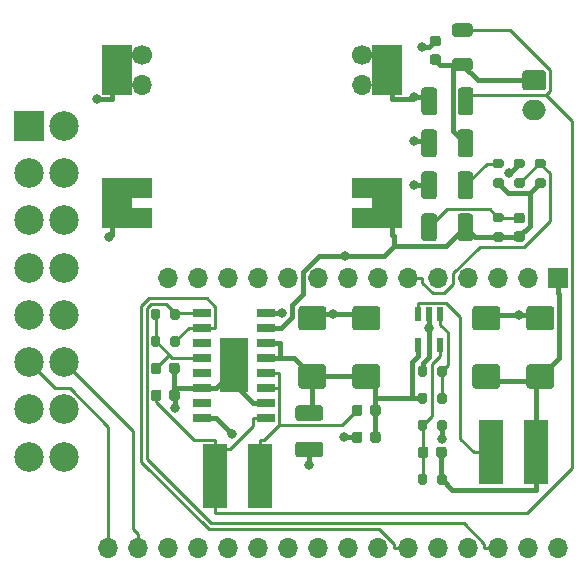
<source format=gbr>
%TF.GenerationSoftware,KiCad,Pcbnew,(5.1.10)-1*%
%TF.CreationDate,2021-07-24T11:50:19+02:00*%
%TF.ProjectId,pcb-esp32-power,7063622d-6573-4703-9332-2d706f776572,rev?*%
%TF.SameCoordinates,Original*%
%TF.FileFunction,Copper,L1,Top*%
%TF.FilePolarity,Positive*%
%FSLAX46Y46*%
G04 Gerber Fmt 4.6, Leading zero omitted, Abs format (unit mm)*
G04 Created by KiCad (PCBNEW (5.1.10)-1) date 2021-07-24 11:50:19*
%MOMM*%
%LPD*%
G01*
G04 APERTURE LIST*
%TA.AperFunction,ComponentPad*%
%ADD10C,1.700000*%
%TD*%
%TA.AperFunction,ComponentPad*%
%ADD11O,1.700000X1.700000*%
%TD*%
%TA.AperFunction,ComponentPad*%
%ADD12R,1.700000X1.700000*%
%TD*%
%TA.AperFunction,SMDPad,CuDef*%
%ADD13R,2.500000X4.200000*%
%TD*%
%TA.AperFunction,SMDPad,CuDef*%
%ADD14R,0.600000X1.200000*%
%TD*%
%TA.AperFunction,ComponentPad*%
%ADD15O,2.000000X1.700000*%
%TD*%
%TA.AperFunction,SMDPad,CuDef*%
%ADD16R,1.525000X0.700000*%
%TD*%
%TA.AperFunction,SMDPad,CuDef*%
%ADD17R,2.410000X4.570000*%
%TD*%
%TA.AperFunction,SMDPad,CuDef*%
%ADD18R,2.150000X5.500000*%
%TD*%
%TA.AperFunction,ComponentPad*%
%ADD19R,2.500000X2.500000*%
%TD*%
%TA.AperFunction,ComponentPad*%
%ADD20C,2.500000*%
%TD*%
%TA.AperFunction,ViaPad*%
%ADD21C,0.800000*%
%TD*%
%TA.AperFunction,Conductor*%
%ADD22C,0.400000*%
%TD*%
%TA.AperFunction,Conductor*%
%ADD23C,0.250000*%
%TD*%
G04 APERTURE END LIST*
D10*
%TO.P,U1,4*%
%TO.N,GND*%
X137766000Y-90282000D03*
D11*
%TO.P,U1,3*%
X137766000Y-92822000D03*
D10*
%TO.P,U1,8*%
X156366000Y-90282000D03*
D12*
%TO.P,U1,2*%
%TO.N,+12V*%
X137766000Y-101582000D03*
%TO.P,U1,6*%
%TO.N,5VIN*%
X156366000Y-101582000D03*
D11*
%TO.P,U1,7*%
%TO.N,GND*%
X156366000Y-92822000D03*
D12*
%TO.P,U1,1*%
%TO.N,+12V*%
X137766000Y-104122000D03*
%TO.P,U1,5*%
%TO.N,5VIN*%
X156366000Y-104122000D03*
D13*
%TO.P,U1,4*%
%TO.N,GND*%
X135626000Y-91572000D03*
%TO.P,U1,2*%
%TO.N,+12V*%
X135626000Y-102832000D03*
%TO.P,U1,8*%
%TO.N,GND*%
X158506000Y-91572000D03*
%TO.P,U1,6*%
%TO.N,5VIN*%
X158506000Y-102832000D03*
%TD*%
%TO.P,C6,1*%
%TO.N,+3V3*%
%TA.AperFunction,SMDPad,CuDef*%
G36*
G01*
X163531000Y-123702000D02*
X163531000Y-124202000D01*
G75*
G02*
X163306000Y-124427000I-225000J0D01*
G01*
X162856000Y-124427000D01*
G75*
G02*
X162631000Y-124202000I0J225000D01*
G01*
X162631000Y-123702000D01*
G75*
G02*
X162856000Y-123477000I225000J0D01*
G01*
X163306000Y-123477000D01*
G75*
G02*
X163531000Y-123702000I0J-225000D01*
G01*
G37*
%TD.AperFunction*%
%TO.P,C6,2*%
%TO.N,Net-(C6-Pad2)*%
%TA.AperFunction,SMDPad,CuDef*%
G36*
G01*
X161981000Y-123702000D02*
X161981000Y-124202000D01*
G75*
G02*
X161756000Y-124427000I-225000J0D01*
G01*
X161306000Y-124427000D01*
G75*
G02*
X161081000Y-124202000I0J225000D01*
G01*
X161081000Y-123702000D01*
G75*
G02*
X161306000Y-123477000I225000J0D01*
G01*
X161756000Y-123477000D01*
G75*
G02*
X161981000Y-123702000I0J-225000D01*
G01*
G37*
%TD.AperFunction*%
%TD*%
%TO.P,CP8,1*%
%TO.N,+3V3*%
%TA.AperFunction,SMDPad,CuDef*%
G36*
G01*
X167803000Y-118562000D02*
X165953000Y-118562000D01*
G75*
G02*
X165703000Y-118312000I0J250000D01*
G01*
X165703000Y-116737000D01*
G75*
G02*
X165953000Y-116487000I250000J0D01*
G01*
X167803000Y-116487000D01*
G75*
G02*
X168053000Y-116737000I0J-250000D01*
G01*
X168053000Y-118312000D01*
G75*
G02*
X167803000Y-118562000I-250000J0D01*
G01*
G37*
%TD.AperFunction*%
%TO.P,CP8,2*%
%TO.N,GND*%
%TA.AperFunction,SMDPad,CuDef*%
G36*
G01*
X167803000Y-113637000D02*
X165953000Y-113637000D01*
G75*
G02*
X165703000Y-113387000I0J250000D01*
G01*
X165703000Y-111812000D01*
G75*
G02*
X165953000Y-111562000I250000J0D01*
G01*
X167803000Y-111562000D01*
G75*
G02*
X168053000Y-111812000I0J-250000D01*
G01*
X168053000Y-113387000D01*
G75*
G02*
X167803000Y-113637000I-250000J0D01*
G01*
G37*
%TD.AperFunction*%
%TD*%
%TO.P,CP9,2*%
%TO.N,GND*%
%TA.AperFunction,SMDPad,CuDef*%
G36*
G01*
X172375000Y-113637000D02*
X170525000Y-113637000D01*
G75*
G02*
X170275000Y-113387000I0J250000D01*
G01*
X170275000Y-111812000D01*
G75*
G02*
X170525000Y-111562000I250000J0D01*
G01*
X172375000Y-111562000D01*
G75*
G02*
X172625000Y-111812000I0J-250000D01*
G01*
X172625000Y-113387000D01*
G75*
G02*
X172375000Y-113637000I-250000J0D01*
G01*
G37*
%TD.AperFunction*%
%TO.P,CP9,1*%
%TO.N,+3V3*%
%TA.AperFunction,SMDPad,CuDef*%
G36*
G01*
X172375000Y-118562000D02*
X170525000Y-118562000D01*
G75*
G02*
X170275000Y-118312000I0J250000D01*
G01*
X170275000Y-116737000D01*
G75*
G02*
X170525000Y-116487000I250000J0D01*
G01*
X172375000Y-116487000D01*
G75*
G02*
X172625000Y-116737000I0J-250000D01*
G01*
X172625000Y-118312000D01*
G75*
G02*
X172375000Y-118562000I-250000J0D01*
G01*
G37*
%TD.AperFunction*%
%TD*%
D14*
%TO.P,IC2,1*%
%TO.N,Net-(IC2-Pad1)*%
X163002000Y-112238000D03*
%TO.P,IC2,2*%
%TO.N,GND*%
X162052000Y-112238000D03*
%TO.P,IC2,3*%
%TO.N,Net-(IC2-Pad3)*%
X161102000Y-112238000D03*
%TO.P,IC2,4*%
%TO.N,5VOUT*%
X161102000Y-114838000D03*
%TO.P,IC2,5*%
%TO.N,Net-(C6-Pad2)*%
X163002000Y-114838000D03*
%TD*%
%TO.P,R11,1*%
%TO.N,5VOUT*%
%TA.AperFunction,SMDPad,CuDef*%
G36*
G01*
X161081000Y-119655000D02*
X161081000Y-119105000D01*
G75*
G02*
X161281000Y-118905000I200000J0D01*
G01*
X161681000Y-118905000D01*
G75*
G02*
X161881000Y-119105000I0J-200000D01*
G01*
X161881000Y-119655000D01*
G75*
G02*
X161681000Y-119855000I-200000J0D01*
G01*
X161281000Y-119855000D01*
G75*
G02*
X161081000Y-119655000I0J200000D01*
G01*
G37*
%TD.AperFunction*%
%TO.P,R11,2*%
%TO.N,Net-(IC2-Pad1)*%
%TA.AperFunction,SMDPad,CuDef*%
G36*
G01*
X162731000Y-119655000D02*
X162731000Y-119105000D01*
G75*
G02*
X162931000Y-118905000I200000J0D01*
G01*
X163331000Y-118905000D01*
G75*
G02*
X163531000Y-119105000I0J-200000D01*
G01*
X163531000Y-119655000D01*
G75*
G02*
X163331000Y-119855000I-200000J0D01*
G01*
X162931000Y-119855000D01*
G75*
G02*
X162731000Y-119655000I0J200000D01*
G01*
G37*
%TD.AperFunction*%
%TD*%
%TO.P,R12,2*%
%TO.N,GND*%
%TA.AperFunction,SMDPad,CuDef*%
G36*
G01*
X161881000Y-116819000D02*
X161881000Y-117369000D01*
G75*
G02*
X161681000Y-117569000I-200000J0D01*
G01*
X161281000Y-117569000D01*
G75*
G02*
X161081000Y-117369000I0J200000D01*
G01*
X161081000Y-116819000D01*
G75*
G02*
X161281000Y-116619000I200000J0D01*
G01*
X161681000Y-116619000D01*
G75*
G02*
X161881000Y-116819000I0J-200000D01*
G01*
G37*
%TD.AperFunction*%
%TO.P,R12,1*%
%TO.N,Net-(IC2-Pad1)*%
%TA.AperFunction,SMDPad,CuDef*%
G36*
G01*
X163531000Y-116819000D02*
X163531000Y-117369000D01*
G75*
G02*
X163331000Y-117569000I-200000J0D01*
G01*
X162931000Y-117569000D01*
G75*
G02*
X162731000Y-117369000I0J200000D01*
G01*
X162731000Y-116819000D01*
G75*
G02*
X162931000Y-116619000I200000J0D01*
G01*
X163331000Y-116619000D01*
G75*
G02*
X163531000Y-116819000I0J-200000D01*
G01*
G37*
%TD.AperFunction*%
%TD*%
%TO.P,R13,1*%
%TO.N,+3V3*%
%TA.AperFunction,SMDPad,CuDef*%
G36*
G01*
X163531000Y-125963000D02*
X163531000Y-126513000D01*
G75*
G02*
X163331000Y-126713000I-200000J0D01*
G01*
X162931000Y-126713000D01*
G75*
G02*
X162731000Y-126513000I0J200000D01*
G01*
X162731000Y-125963000D01*
G75*
G02*
X162931000Y-125763000I200000J0D01*
G01*
X163331000Y-125763000D01*
G75*
G02*
X163531000Y-125963000I0J-200000D01*
G01*
G37*
%TD.AperFunction*%
%TO.P,R13,2*%
%TO.N,Net-(C6-Pad2)*%
%TA.AperFunction,SMDPad,CuDef*%
G36*
G01*
X161881000Y-125963000D02*
X161881000Y-126513000D01*
G75*
G02*
X161681000Y-126713000I-200000J0D01*
G01*
X161281000Y-126713000D01*
G75*
G02*
X161081000Y-126513000I0J200000D01*
G01*
X161081000Y-125963000D01*
G75*
G02*
X161281000Y-125763000I200000J0D01*
G01*
X161681000Y-125763000D01*
G75*
G02*
X161881000Y-125963000I0J-200000D01*
G01*
G37*
%TD.AperFunction*%
%TD*%
%TO.P,R14,2*%
%TO.N,GND*%
%TA.AperFunction,SMDPad,CuDef*%
G36*
G01*
X162731000Y-121941000D02*
X162731000Y-121391000D01*
G75*
G02*
X162931000Y-121191000I200000J0D01*
G01*
X163331000Y-121191000D01*
G75*
G02*
X163531000Y-121391000I0J-200000D01*
G01*
X163531000Y-121941000D01*
G75*
G02*
X163331000Y-122141000I-200000J0D01*
G01*
X162931000Y-122141000D01*
G75*
G02*
X162731000Y-121941000I0J200000D01*
G01*
G37*
%TD.AperFunction*%
%TO.P,R14,1*%
%TO.N,Net-(C6-Pad2)*%
%TA.AperFunction,SMDPad,CuDef*%
G36*
G01*
X161081000Y-121941000D02*
X161081000Y-121391000D01*
G75*
G02*
X161281000Y-121191000I200000J0D01*
G01*
X161681000Y-121191000D01*
G75*
G02*
X161881000Y-121391000I0J-200000D01*
G01*
X161881000Y-121941000D01*
G75*
G02*
X161681000Y-122141000I-200000J0D01*
G01*
X161281000Y-122141000D01*
G75*
G02*
X161081000Y-121941000I0J200000D01*
G01*
G37*
%TD.AperFunction*%
%TD*%
%TO.P,J2,1*%
%TO.N,+BATT*%
%TA.AperFunction,ComponentPad*%
G36*
G01*
X170192000Y-91606000D02*
X171692000Y-91606000D01*
G75*
G02*
X171942000Y-91856000I0J-250000D01*
G01*
X171942000Y-93056000D01*
G75*
G02*
X171692000Y-93306000I-250000J0D01*
G01*
X170192000Y-93306000D01*
G75*
G02*
X169942000Y-93056000I0J250000D01*
G01*
X169942000Y-91856000D01*
G75*
G02*
X170192000Y-91606000I250000J0D01*
G01*
G37*
%TD.AperFunction*%
D15*
%TO.P,J2,2*%
%TO.N,GND*%
X170942000Y-94956000D03*
%TD*%
%TO.P,C1,1*%
%TO.N,5VOUT*%
%TA.AperFunction,SMDPad,CuDef*%
G36*
G01*
X157943000Y-122432000D02*
X157943000Y-122932000D01*
G75*
G02*
X157718000Y-123157000I-225000J0D01*
G01*
X157268000Y-123157000D01*
G75*
G02*
X157043000Y-122932000I0J225000D01*
G01*
X157043000Y-122432000D01*
G75*
G02*
X157268000Y-122207000I225000J0D01*
G01*
X157718000Y-122207000D01*
G75*
G02*
X157943000Y-122432000I0J-225000D01*
G01*
G37*
%TD.AperFunction*%
%TO.P,C1,2*%
%TO.N,GND*%
%TA.AperFunction,SMDPad,CuDef*%
G36*
G01*
X156393000Y-122432000D02*
X156393000Y-122932000D01*
G75*
G02*
X156168000Y-123157000I-225000J0D01*
G01*
X155718000Y-123157000D01*
G75*
G02*
X155493000Y-122932000I0J225000D01*
G01*
X155493000Y-122432000D01*
G75*
G02*
X155718000Y-122207000I225000J0D01*
G01*
X156168000Y-122207000D01*
G75*
G02*
X156393000Y-122432000I0J-225000D01*
G01*
G37*
%TD.AperFunction*%
%TD*%
%TO.P,C2,1*%
%TO.N,5VIN*%
%TA.AperFunction,SMDPad,CuDef*%
G36*
G01*
X169922000Y-106127000D02*
X169422000Y-106127000D01*
G75*
G02*
X169197000Y-105902000I0J225000D01*
G01*
X169197000Y-105452000D01*
G75*
G02*
X169422000Y-105227000I225000J0D01*
G01*
X169922000Y-105227000D01*
G75*
G02*
X170147000Y-105452000I0J-225000D01*
G01*
X170147000Y-105902000D01*
G75*
G02*
X169922000Y-106127000I-225000J0D01*
G01*
G37*
%TD.AperFunction*%
%TO.P,C2,2*%
%TO.N,Net-(C2-Pad2)*%
%TA.AperFunction,SMDPad,CuDef*%
G36*
G01*
X169922000Y-104577000D02*
X169422000Y-104577000D01*
G75*
G02*
X169197000Y-104352000I0J225000D01*
G01*
X169197000Y-103902000D01*
G75*
G02*
X169422000Y-103677000I225000J0D01*
G01*
X169922000Y-103677000D01*
G75*
G02*
X170147000Y-103902000I0J-225000D01*
G01*
X170147000Y-104352000D01*
G75*
G02*
X169922000Y-104577000I-225000J0D01*
G01*
G37*
%TD.AperFunction*%
%TD*%
%TO.P,C3,2*%
%TO.N,Net-(C3-Pad2)*%
%TA.AperFunction,SMDPad,CuDef*%
G36*
G01*
X156393000Y-120146000D02*
X156393000Y-120646000D01*
G75*
G02*
X156168000Y-120871000I-225000J0D01*
G01*
X155718000Y-120871000D01*
G75*
G02*
X155493000Y-120646000I0J225000D01*
G01*
X155493000Y-120146000D01*
G75*
G02*
X155718000Y-119921000I225000J0D01*
G01*
X156168000Y-119921000D01*
G75*
G02*
X156393000Y-120146000I0J-225000D01*
G01*
G37*
%TD.AperFunction*%
%TO.P,C3,1*%
%TO.N,5VOUT*%
%TA.AperFunction,SMDPad,CuDef*%
G36*
G01*
X157943000Y-120146000D02*
X157943000Y-120646000D01*
G75*
G02*
X157718000Y-120871000I-225000J0D01*
G01*
X157268000Y-120871000D01*
G75*
G02*
X157043000Y-120646000I0J225000D01*
G01*
X157043000Y-120146000D01*
G75*
G02*
X157268000Y-119921000I225000J0D01*
G01*
X157718000Y-119921000D01*
G75*
G02*
X157943000Y-120146000I0J-225000D01*
G01*
G37*
%TD.AperFunction*%
%TD*%
%TO.P,C4,2*%
%TO.N,GND*%
%TA.AperFunction,SMDPad,CuDef*%
G36*
G01*
X140025000Y-119376000D02*
X140025000Y-118876000D01*
G75*
G02*
X140250000Y-118651000I225000J0D01*
G01*
X140700000Y-118651000D01*
G75*
G02*
X140925000Y-118876000I0J-225000D01*
G01*
X140925000Y-119376000D01*
G75*
G02*
X140700000Y-119601000I-225000J0D01*
G01*
X140250000Y-119601000D01*
G75*
G02*
X140025000Y-119376000I0J225000D01*
G01*
G37*
%TD.AperFunction*%
%TO.P,C4,1*%
%TO.N,Net-(C4-Pad1)*%
%TA.AperFunction,SMDPad,CuDef*%
G36*
G01*
X138475000Y-119376000D02*
X138475000Y-118876000D01*
G75*
G02*
X138700000Y-118651000I225000J0D01*
G01*
X139150000Y-118651000D01*
G75*
G02*
X139375000Y-118876000I0J-225000D01*
G01*
X139375000Y-119376000D01*
G75*
G02*
X139150000Y-119601000I-225000J0D01*
G01*
X138700000Y-119601000D01*
G75*
G02*
X138475000Y-119376000I0J225000D01*
G01*
G37*
%TD.AperFunction*%
%TD*%
%TO.P,C5,1*%
%TO.N,+BATT*%
%TA.AperFunction,SMDPad,CuDef*%
G36*
G01*
X162810000Y-91141000D02*
X162310000Y-91141000D01*
G75*
G02*
X162085000Y-90916000I0J225000D01*
G01*
X162085000Y-90466000D01*
G75*
G02*
X162310000Y-90241000I225000J0D01*
G01*
X162810000Y-90241000D01*
G75*
G02*
X163035000Y-90466000I0J-225000D01*
G01*
X163035000Y-90916000D01*
G75*
G02*
X162810000Y-91141000I-225000J0D01*
G01*
G37*
%TD.AperFunction*%
%TO.P,C5,2*%
%TO.N,GND*%
%TA.AperFunction,SMDPad,CuDef*%
G36*
G01*
X162810000Y-89591000D02*
X162310000Y-89591000D01*
G75*
G02*
X162085000Y-89366000I0J225000D01*
G01*
X162085000Y-88916000D01*
G75*
G02*
X162310000Y-88691000I225000J0D01*
G01*
X162810000Y-88691000D01*
G75*
G02*
X163035000Y-88916000I0J-225000D01*
G01*
X163035000Y-89366000D01*
G75*
G02*
X162810000Y-89591000I-225000J0D01*
G01*
G37*
%TD.AperFunction*%
%TD*%
%TO.P,CP1,2*%
%TO.N,GND*%
%TA.AperFunction,SMDPad,CuDef*%
G36*
G01*
X157643000Y-113637000D02*
X155793000Y-113637000D01*
G75*
G02*
X155543000Y-113387000I0J250000D01*
G01*
X155543000Y-111812000D01*
G75*
G02*
X155793000Y-111562000I250000J0D01*
G01*
X157643000Y-111562000D01*
G75*
G02*
X157893000Y-111812000I0J-250000D01*
G01*
X157893000Y-113387000D01*
G75*
G02*
X157643000Y-113637000I-250000J0D01*
G01*
G37*
%TD.AperFunction*%
%TO.P,CP1,1*%
%TO.N,5VOUT*%
%TA.AperFunction,SMDPad,CuDef*%
G36*
G01*
X157643000Y-118562000D02*
X155793000Y-118562000D01*
G75*
G02*
X155543000Y-118312000I0J250000D01*
G01*
X155543000Y-116737000D01*
G75*
G02*
X155793000Y-116487000I250000J0D01*
G01*
X157643000Y-116487000D01*
G75*
G02*
X157893000Y-116737000I0J-250000D01*
G01*
X157893000Y-118312000D01*
G75*
G02*
X157643000Y-118562000I-250000J0D01*
G01*
G37*
%TD.AperFunction*%
%TD*%
%TO.P,CP2,1*%
%TO.N,Net-(CP2-Pad1)*%
%TA.AperFunction,SMDPad,CuDef*%
G36*
G01*
X165776000Y-100420998D02*
X165776000Y-102271002D01*
G75*
G02*
X165526002Y-102521000I-249998J0D01*
G01*
X164700998Y-102521000D01*
G75*
G02*
X164451000Y-102271002I0J249998D01*
G01*
X164451000Y-100420998D01*
G75*
G02*
X164700998Y-100171000I249998J0D01*
G01*
X165526002Y-100171000D01*
G75*
G02*
X165776000Y-100420998I0J-249998D01*
G01*
G37*
%TD.AperFunction*%
%TO.P,CP2,2*%
%TO.N,GND*%
%TA.AperFunction,SMDPad,CuDef*%
G36*
G01*
X162701000Y-100420998D02*
X162701000Y-102271002D01*
G75*
G02*
X162451002Y-102521000I-249998J0D01*
G01*
X161625998Y-102521000D01*
G75*
G02*
X161376000Y-102271002I0J249998D01*
G01*
X161376000Y-100420998D01*
G75*
G02*
X161625998Y-100171000I249998J0D01*
G01*
X162451002Y-100171000D01*
G75*
G02*
X162701000Y-100420998I0J-249998D01*
G01*
G37*
%TD.AperFunction*%
%TD*%
%TO.P,CP3,1*%
%TO.N,5VOUT*%
%TA.AperFunction,SMDPad,CuDef*%
G36*
G01*
X153071000Y-118562000D02*
X151221000Y-118562000D01*
G75*
G02*
X150971000Y-118312000I0J250000D01*
G01*
X150971000Y-116737000D01*
G75*
G02*
X151221000Y-116487000I250000J0D01*
G01*
X153071000Y-116487000D01*
G75*
G02*
X153321000Y-116737000I0J-250000D01*
G01*
X153321000Y-118312000D01*
G75*
G02*
X153071000Y-118562000I-250000J0D01*
G01*
G37*
%TD.AperFunction*%
%TO.P,CP3,2*%
%TO.N,GND*%
%TA.AperFunction,SMDPad,CuDef*%
G36*
G01*
X153071000Y-113637000D02*
X151221000Y-113637000D01*
G75*
G02*
X150971000Y-113387000I0J250000D01*
G01*
X150971000Y-111812000D01*
G75*
G02*
X151221000Y-111562000I250000J0D01*
G01*
X153071000Y-111562000D01*
G75*
G02*
X153321000Y-111812000I0J-250000D01*
G01*
X153321000Y-113387000D01*
G75*
G02*
X153071000Y-113637000I-250000J0D01*
G01*
G37*
%TD.AperFunction*%
%TD*%
%TO.P,CP4,1*%
%TO.N,5VOUT*%
%TA.AperFunction,SMDPad,CuDef*%
G36*
G01*
X150966998Y-119974000D02*
X152817002Y-119974000D01*
G75*
G02*
X153067000Y-120223998I0J-249998D01*
G01*
X153067000Y-121049002D01*
G75*
G02*
X152817002Y-121299000I-249998J0D01*
G01*
X150966998Y-121299000D01*
G75*
G02*
X150717000Y-121049002I0J249998D01*
G01*
X150717000Y-120223998D01*
G75*
G02*
X150966998Y-119974000I249998J0D01*
G01*
G37*
%TD.AperFunction*%
%TO.P,CP4,2*%
%TO.N,GND*%
%TA.AperFunction,SMDPad,CuDef*%
G36*
G01*
X150966998Y-123049000D02*
X152817002Y-123049000D01*
G75*
G02*
X153067000Y-123298998I0J-249998D01*
G01*
X153067000Y-124124002D01*
G75*
G02*
X152817002Y-124374000I-249998J0D01*
G01*
X150966998Y-124374000D01*
G75*
G02*
X150717000Y-124124002I0J249998D01*
G01*
X150717000Y-123298998D01*
G75*
G02*
X150966998Y-123049000I249998J0D01*
G01*
G37*
%TD.AperFunction*%
%TD*%
%TO.P,CP5,2*%
%TO.N,Net-(C2-Pad2)*%
%TA.AperFunction,SMDPad,CuDef*%
G36*
G01*
X162701000Y-103976998D02*
X162701000Y-105827002D01*
G75*
G02*
X162451002Y-106077000I-249998J0D01*
G01*
X161625998Y-106077000D01*
G75*
G02*
X161376000Y-105827002I0J249998D01*
G01*
X161376000Y-103976998D01*
G75*
G02*
X161625998Y-103727000I249998J0D01*
G01*
X162451002Y-103727000D01*
G75*
G02*
X162701000Y-103976998I0J-249998D01*
G01*
G37*
%TD.AperFunction*%
%TO.P,CP5,1*%
%TO.N,5VIN*%
%TA.AperFunction,SMDPad,CuDef*%
G36*
G01*
X165776000Y-103976998D02*
X165776000Y-105827002D01*
G75*
G02*
X165526002Y-106077000I-249998J0D01*
G01*
X164700998Y-106077000D01*
G75*
G02*
X164451000Y-105827002I0J249998D01*
G01*
X164451000Y-103976998D01*
G75*
G02*
X164700998Y-103727000I249998J0D01*
G01*
X165526002Y-103727000D01*
G75*
G02*
X165776000Y-103976998I0J-249998D01*
G01*
G37*
%TD.AperFunction*%
%TD*%
%TO.P,CP6,1*%
%TO.N,Net-(C4-Pad1)*%
%TA.AperFunction,SMDPad,CuDef*%
G36*
G01*
X165790000Y-93308998D02*
X165790000Y-95159002D01*
G75*
G02*
X165540002Y-95409000I-249998J0D01*
G01*
X164714998Y-95409000D01*
G75*
G02*
X164465000Y-95159002I0J249998D01*
G01*
X164465000Y-93308998D01*
G75*
G02*
X164714998Y-93059000I249998J0D01*
G01*
X165540002Y-93059000D01*
G75*
G02*
X165790000Y-93308998I0J-249998D01*
G01*
G37*
%TD.AperFunction*%
%TO.P,CP6,2*%
%TO.N,GND*%
%TA.AperFunction,SMDPad,CuDef*%
G36*
G01*
X162715000Y-93308998D02*
X162715000Y-95159002D01*
G75*
G02*
X162465002Y-95409000I-249998J0D01*
G01*
X161639998Y-95409000D01*
G75*
G02*
X161390000Y-95159002I0J249998D01*
G01*
X161390000Y-93308998D01*
G75*
G02*
X161639998Y-93059000I249998J0D01*
G01*
X162465002Y-93059000D01*
G75*
G02*
X162715000Y-93308998I0J-249998D01*
G01*
G37*
%TD.AperFunction*%
%TD*%
%TO.P,CP7,2*%
%TO.N,GND*%
%TA.AperFunction,SMDPad,CuDef*%
G36*
G01*
X162701000Y-96864998D02*
X162701000Y-98715002D01*
G75*
G02*
X162451002Y-98965000I-249998J0D01*
G01*
X161625998Y-98965000D01*
G75*
G02*
X161376000Y-98715002I0J249998D01*
G01*
X161376000Y-96864998D01*
G75*
G02*
X161625998Y-96615000I249998J0D01*
G01*
X162451002Y-96615000D01*
G75*
G02*
X162701000Y-96864998I0J-249998D01*
G01*
G37*
%TD.AperFunction*%
%TO.P,CP7,1*%
%TO.N,+BATT*%
%TA.AperFunction,SMDPad,CuDef*%
G36*
G01*
X165776000Y-96864998D02*
X165776000Y-98715002D01*
G75*
G02*
X165526002Y-98965000I-249998J0D01*
G01*
X164700998Y-98965000D01*
G75*
G02*
X164451000Y-98715002I0J249998D01*
G01*
X164451000Y-96864998D01*
G75*
G02*
X164700998Y-96615000I249998J0D01*
G01*
X165526002Y-96615000D01*
G75*
G02*
X165776000Y-96864998I0J-249998D01*
G01*
G37*
%TD.AperFunction*%
%TD*%
%TO.P,R1,1*%
%TO.N,Net-(CP2-Pad1)*%
%TA.AperFunction,SMDPad,CuDef*%
G36*
G01*
X167619000Y-99105000D02*
X168169000Y-99105000D01*
G75*
G02*
X168369000Y-99305000I0J-200000D01*
G01*
X168369000Y-99705000D01*
G75*
G02*
X168169000Y-99905000I-200000J0D01*
G01*
X167619000Y-99905000D01*
G75*
G02*
X167419000Y-99705000I0J200000D01*
G01*
X167419000Y-99305000D01*
G75*
G02*
X167619000Y-99105000I200000J0D01*
G01*
G37*
%TD.AperFunction*%
%TO.P,R1,2*%
%TO.N,5VIN*%
%TA.AperFunction,SMDPad,CuDef*%
G36*
G01*
X167619000Y-100755000D02*
X168169000Y-100755000D01*
G75*
G02*
X168369000Y-100955000I0J-200000D01*
G01*
X168369000Y-101355000D01*
G75*
G02*
X168169000Y-101555000I-200000J0D01*
G01*
X167619000Y-101555000D01*
G75*
G02*
X167419000Y-101355000I0J200000D01*
G01*
X167419000Y-100955000D01*
G75*
G02*
X167619000Y-100755000I200000J0D01*
G01*
G37*
%TD.AperFunction*%
%TD*%
%TO.P,R2,2*%
%TO.N,Net-(C2-Pad2)*%
%TA.AperFunction,SMDPad,CuDef*%
G36*
G01*
X168169000Y-104477000D02*
X167619000Y-104477000D01*
G75*
G02*
X167419000Y-104277000I0J200000D01*
G01*
X167419000Y-103877000D01*
G75*
G02*
X167619000Y-103677000I200000J0D01*
G01*
X168169000Y-103677000D01*
G75*
G02*
X168369000Y-103877000I0J-200000D01*
G01*
X168369000Y-104277000D01*
G75*
G02*
X168169000Y-104477000I-200000J0D01*
G01*
G37*
%TD.AperFunction*%
%TO.P,R2,1*%
%TO.N,5VIN*%
%TA.AperFunction,SMDPad,CuDef*%
G36*
G01*
X168169000Y-106127000D02*
X167619000Y-106127000D01*
G75*
G02*
X167419000Y-105927000I0J200000D01*
G01*
X167419000Y-105527000D01*
G75*
G02*
X167619000Y-105327000I200000J0D01*
G01*
X168169000Y-105327000D01*
G75*
G02*
X168369000Y-105527000I0J-200000D01*
G01*
X168369000Y-105927000D01*
G75*
G02*
X168169000Y-106127000I-200000J0D01*
G01*
G37*
%TD.AperFunction*%
%TD*%
%TO.P,R3,1*%
%TO.N,Net-(C7-Pad1)*%
%TA.AperFunction,SMDPad,CuDef*%
G36*
G01*
X138475000Y-114829000D02*
X138475000Y-114279000D01*
G75*
G02*
X138675000Y-114079000I200000J0D01*
G01*
X139075000Y-114079000D01*
G75*
G02*
X139275000Y-114279000I0J-200000D01*
G01*
X139275000Y-114829000D01*
G75*
G02*
X139075000Y-115029000I-200000J0D01*
G01*
X138675000Y-115029000D01*
G75*
G02*
X138475000Y-114829000I0J200000D01*
G01*
G37*
%TD.AperFunction*%
%TO.P,R3,2*%
%TO.N,SDA*%
%TA.AperFunction,SMDPad,CuDef*%
G36*
G01*
X140125000Y-114829000D02*
X140125000Y-114279000D01*
G75*
G02*
X140325000Y-114079000I200000J0D01*
G01*
X140725000Y-114079000D01*
G75*
G02*
X140925000Y-114279000I0J-200000D01*
G01*
X140925000Y-114829000D01*
G75*
G02*
X140725000Y-115029000I-200000J0D01*
G01*
X140325000Y-115029000D01*
G75*
G02*
X140125000Y-114829000I0J200000D01*
G01*
G37*
%TD.AperFunction*%
%TD*%
%TO.P,R4,2*%
%TO.N,SCL*%
%TA.AperFunction,SMDPad,CuDef*%
G36*
G01*
X140125000Y-112543000D02*
X140125000Y-111993000D01*
G75*
G02*
X140325000Y-111793000I200000J0D01*
G01*
X140725000Y-111793000D01*
G75*
G02*
X140925000Y-111993000I0J-200000D01*
G01*
X140925000Y-112543000D01*
G75*
G02*
X140725000Y-112743000I-200000J0D01*
G01*
X140325000Y-112743000D01*
G75*
G02*
X140125000Y-112543000I0J200000D01*
G01*
G37*
%TD.AperFunction*%
%TO.P,R4,1*%
%TO.N,Net-(C7-Pad1)*%
%TA.AperFunction,SMDPad,CuDef*%
G36*
G01*
X138475000Y-112543000D02*
X138475000Y-111993000D01*
G75*
G02*
X138675000Y-111793000I200000J0D01*
G01*
X139075000Y-111793000D01*
G75*
G02*
X139275000Y-111993000I0J-200000D01*
G01*
X139275000Y-112543000D01*
G75*
G02*
X139075000Y-112743000I-200000J0D01*
G01*
X138675000Y-112743000D01*
G75*
G02*
X138475000Y-112543000I0J200000D01*
G01*
G37*
%TD.AperFunction*%
%TD*%
%TO.P,R5,1*%
%TO.N,+BATT*%
%TA.AperFunction,SMDPad,CuDef*%
G36*
G01*
X165471002Y-91687000D02*
X164220998Y-91687000D01*
G75*
G02*
X163971000Y-91437002I0J249998D01*
G01*
X163971000Y-90811998D01*
G75*
G02*
X164220998Y-90562000I249998J0D01*
G01*
X165471002Y-90562000D01*
G75*
G02*
X165721000Y-90811998I0J-249998D01*
G01*
X165721000Y-91437002D01*
G75*
G02*
X165471002Y-91687000I-249998J0D01*
G01*
G37*
%TD.AperFunction*%
%TO.P,R5,2*%
%TO.N,Net-(C4-Pad1)*%
%TA.AperFunction,SMDPad,CuDef*%
G36*
G01*
X165471002Y-88762000D02*
X164220998Y-88762000D01*
G75*
G02*
X163971000Y-88512002I0J249998D01*
G01*
X163971000Y-87886998D01*
G75*
G02*
X164220998Y-87637000I249998J0D01*
G01*
X165471002Y-87637000D01*
G75*
G02*
X165721000Y-87886998I0J-249998D01*
G01*
X165721000Y-88512002D01*
G75*
G02*
X165471002Y-88762000I-249998J0D01*
G01*
G37*
%TD.AperFunction*%
%TD*%
%TO.P,C7,1*%
%TO.N,Net-(C7-Pad1)*%
%TA.AperFunction,SMDPad,CuDef*%
G36*
G01*
X138475000Y-117090000D02*
X138475000Y-116590000D01*
G75*
G02*
X138700000Y-116365000I225000J0D01*
G01*
X139150000Y-116365000D01*
G75*
G02*
X139375000Y-116590000I0J-225000D01*
G01*
X139375000Y-117090000D01*
G75*
G02*
X139150000Y-117315000I-225000J0D01*
G01*
X138700000Y-117315000D01*
G75*
G02*
X138475000Y-117090000I0J225000D01*
G01*
G37*
%TD.AperFunction*%
%TO.P,C7,2*%
%TO.N,GND*%
%TA.AperFunction,SMDPad,CuDef*%
G36*
G01*
X140025000Y-117090000D02*
X140025000Y-116590000D01*
G75*
G02*
X140250000Y-116365000I225000J0D01*
G01*
X140700000Y-116365000D01*
G75*
G02*
X140925000Y-116590000I0J-225000D01*
G01*
X140925000Y-117090000D01*
G75*
G02*
X140700000Y-117315000I-225000J0D01*
G01*
X140250000Y-117315000D01*
G75*
G02*
X140025000Y-117090000I0J225000D01*
G01*
G37*
%TD.AperFunction*%
%TD*%
D16*
%TO.P,IC1,1*%
%TO.N,Net-(C4-Pad1)*%
X148254000Y-121031000D03*
%TO.P,IC1,2*%
%TO.N,GND*%
X148254000Y-119761000D03*
%TO.P,IC1,3*%
%TO.N,Net-(C3-Pad2)*%
X148254000Y-118491000D03*
%TO.P,IC1,4*%
X148254000Y-117221000D03*
%TO.P,IC1,5*%
%TO.N,5VOUT*%
X148254000Y-115951000D03*
%TO.P,IC1,6*%
X148254000Y-114681000D03*
%TO.P,IC1,7*%
%TO.N,5VIN*%
X148254000Y-113411000D03*
%TO.P,IC1,8*%
%TO.N,GND*%
X148254000Y-112141000D03*
%TO.P,IC1,9*%
%TO.N,SCL*%
X142830000Y-112141000D03*
%TO.P,IC1,10*%
%TO.N,SDA*%
X142830000Y-113411000D03*
%TO.P,IC1,11*%
%TO.N,IRQ*%
X142830000Y-114681000D03*
%TO.P,IC1,12*%
%TO.N,Net-(C7-Pad1)*%
X142830000Y-115951000D03*
%TO.P,IC1,13*%
%TO.N,Net-(IC1-Pad13)*%
X142830000Y-117221000D03*
%TO.P,IC1,14*%
%TO.N,GND*%
X142830000Y-118491000D03*
%TO.P,IC1,15*%
%TO.N,Net-(IC1-Pad15)*%
X142830000Y-119761000D03*
%TO.P,IC1,16*%
%TO.N,+BATT*%
X142830000Y-121031000D03*
D17*
%TO.P,IC1,17*%
%TO.N,GND*%
X145542000Y-116586000D03*
%TD*%
D18*
%TO.P,L1,2*%
%TO.N,Net-(C3-Pad2)*%
X147721000Y-125984000D03*
%TO.P,L1,1*%
%TO.N,Net-(C4-Pad1)*%
X143871000Y-125984000D03*
%TD*%
%TO.P,L2,1*%
%TO.N,+3V3*%
X171089000Y-123952000D03*
%TO.P,L2,2*%
%TO.N,Net-(IC2-Pad3)*%
X167239000Y-123952000D03*
%TD*%
%TO.P,R6,2*%
%TO.N,EXTPOW*%
%TA.AperFunction,SMDPad,CuDef*%
G36*
G01*
X171725000Y-99905000D02*
X171175000Y-99905000D01*
G75*
G02*
X170975000Y-99705000I0J200000D01*
G01*
X170975000Y-99305000D01*
G75*
G02*
X171175000Y-99105000I200000J0D01*
G01*
X171725000Y-99105000D01*
G75*
G02*
X171925000Y-99305000I0J-200000D01*
G01*
X171925000Y-99705000D01*
G75*
G02*
X171725000Y-99905000I-200000J0D01*
G01*
G37*
%TD.AperFunction*%
%TO.P,R6,1*%
%TO.N,5VIN*%
%TA.AperFunction,SMDPad,CuDef*%
G36*
G01*
X171725000Y-101555000D02*
X171175000Y-101555000D01*
G75*
G02*
X170975000Y-101355000I0J200000D01*
G01*
X170975000Y-100955000D01*
G75*
G02*
X171175000Y-100755000I200000J0D01*
G01*
X171725000Y-100755000D01*
G75*
G02*
X171925000Y-100955000I0J-200000D01*
G01*
X171925000Y-101355000D01*
G75*
G02*
X171725000Y-101555000I-200000J0D01*
G01*
G37*
%TD.AperFunction*%
%TD*%
%TO.P,R7,1*%
%TO.N,EXTPOW*%
%TA.AperFunction,SMDPad,CuDef*%
G36*
G01*
X169947000Y-101555000D02*
X169397000Y-101555000D01*
G75*
G02*
X169197000Y-101355000I0J200000D01*
G01*
X169197000Y-100955000D01*
G75*
G02*
X169397000Y-100755000I200000J0D01*
G01*
X169947000Y-100755000D01*
G75*
G02*
X170147000Y-100955000I0J-200000D01*
G01*
X170147000Y-101355000D01*
G75*
G02*
X169947000Y-101555000I-200000J0D01*
G01*
G37*
%TD.AperFunction*%
%TO.P,R7,2*%
%TO.N,GND*%
%TA.AperFunction,SMDPad,CuDef*%
G36*
G01*
X169947000Y-99905000D02*
X169397000Y-99905000D01*
G75*
G02*
X169197000Y-99705000I0J200000D01*
G01*
X169197000Y-99305000D01*
G75*
G02*
X169397000Y-99105000I200000J0D01*
G01*
X169947000Y-99105000D01*
G75*
G02*
X170147000Y-99305000I0J-200000D01*
G01*
X170147000Y-99705000D01*
G75*
G02*
X169947000Y-99905000I-200000J0D01*
G01*
G37*
%TD.AperFunction*%
%TD*%
D12*
%TO.P,J3,1*%
%TO.N,+3V3*%
X172974000Y-109220000D03*
D11*
%TO.P,J3,2*%
%TO.N,Net-(J3-Pad2)*%
X170434000Y-109220000D03*
%TO.P,J3,3*%
%TO.N,Net-(J3-Pad3)*%
X167894000Y-109220000D03*
%TO.P,J3,4*%
%TO.N,Net-(J3-Pad4)*%
X165354000Y-109220000D03*
%TO.P,J3,5*%
%TO.N,Net-(J3-Pad5)*%
X162814000Y-109220000D03*
%TO.P,J3,6*%
%TO.N,EXTPOW*%
X160274000Y-109220000D03*
%TO.P,J3,7*%
%TO.N,Net-(J3-Pad7)*%
X157734000Y-109220000D03*
%TO.P,J3,8*%
%TO.N,Net-(J3-Pad8)*%
X155194000Y-109220000D03*
%TO.P,J3,9*%
%TO.N,Net-(J3-Pad9)*%
X152654000Y-109220000D03*
%TO.P,J3,10*%
%TO.N,Net-(J3-Pad10)*%
X150114000Y-109220000D03*
%TO.P,J3,11*%
%TO.N,INT*%
X147574000Y-109220000D03*
%TO.P,J3,12*%
%TO.N,Net-(J3-Pad12)*%
X145034000Y-109220000D03*
%TO.P,J3,13*%
%TO.N,Net-(J3-Pad13)*%
X142494000Y-109220000D03*
%TO.P,J3,14*%
%TO.N,Net-(J3-Pad14)*%
X139954000Y-109220000D03*
%TO.P,J3,15*%
%TO.N,CANH*%
X134874000Y-132080000D03*
%TO.P,J3,16*%
%TO.N,CANL*%
X137414000Y-132080000D03*
%TO.P,J3,17*%
%TO.N,Net-(J3-Pad17)*%
X139954000Y-132080000D03*
%TO.P,J3,18*%
%TO.N,Net-(J3-Pad18)*%
X142494000Y-132080000D03*
%TO.P,J3,19*%
%TO.N,Net-(J3-Pad19)*%
X145034000Y-132080000D03*
%TO.P,J3,20*%
%TO.N,Net-(J3-Pad20)*%
X147574000Y-132080000D03*
%TO.P,J3,21*%
%TO.N,Net-(J3-Pad21)*%
X150114000Y-132080000D03*
%TO.P,J3,22*%
%TO.N,Net-(J3-Pad22)*%
X152654000Y-132080000D03*
%TO.P,J3,23*%
%TO.N,Net-(J3-Pad23)*%
X155194000Y-132080000D03*
%TO.P,J3,24*%
%TO.N,Net-(J3-Pad24)*%
X157734000Y-132080000D03*
%TO.P,J3,25*%
%TO.N,SDA*%
X160274000Y-132080000D03*
%TO.P,J3,26*%
%TO.N,Net-(J3-Pad26)*%
X162814000Y-132080000D03*
%TO.P,J3,27*%
%TO.N,Net-(J3-Pad27)*%
X165354000Y-132080000D03*
%TO.P,J3,28*%
%TO.N,SCL*%
X167894000Y-132080000D03*
%TO.P,J3,29*%
%TO.N,Net-(J3-Pad29)*%
X170434000Y-132080000D03*
%TO.P,J3,30*%
%TO.N,GND*%
X172974000Y-132080000D03*
%TD*%
D19*
%TO.P,J1,1*%
%TO.N,Net-(J1-Pad1)*%
X128143000Y-96307000D03*
D20*
%TO.P,J1,2*%
%TO.N,Net-(J1-Pad2)*%
X128143000Y-100307000D03*
%TO.P,J1,3*%
%TO.N,Net-(J1-Pad3)*%
X128143000Y-104307000D03*
%TO.P,J1,4*%
%TO.N,Net-(J1-Pad4)*%
X128143000Y-108307000D03*
%TO.P,J1,5*%
%TO.N,GND*%
X128143000Y-112307000D03*
%TO.P,J1,6*%
%TO.N,CANH*%
X128143000Y-116307000D03*
%TO.P,J1,7*%
%TO.N,Net-(J1-Pad7)*%
X128143000Y-120307000D03*
%TO.P,J1,8*%
%TO.N,Net-(J1-Pad8)*%
X128143000Y-124307000D03*
%TO.P,J1,9*%
%TO.N,Net-(J1-Pad9)*%
X131143000Y-96307000D03*
%TO.P,J1,10*%
%TO.N,Net-(J1-Pad10)*%
X131143000Y-100307000D03*
%TO.P,J1,11*%
%TO.N,Net-(J1-Pad11)*%
X131143000Y-104307000D03*
%TO.P,J1,12*%
%TO.N,Net-(J1-Pad12)*%
X131143000Y-108307000D03*
%TO.P,J1,13*%
%TO.N,Net-(J1-Pad13)*%
X131143000Y-112307000D03*
%TO.P,J1,14*%
%TO.N,CANL*%
X131143000Y-116307000D03*
%TO.P,J1,15*%
%TO.N,Net-(J1-Pad15)*%
X131143000Y-120307000D03*
%TO.P,J1,16*%
%TO.N,+12V*%
X131143000Y-124307000D03*
%TD*%
D21*
%TO.N,+BATT*%
X145376900Y-122405200D03*
%TO.N,GND*%
X144907000Y-116052633D03*
X144907000Y-114935000D03*
X154870800Y-122680700D03*
X140551300Y-120206300D03*
X151892000Y-125006600D03*
X163131000Y-122783700D03*
X160724700Y-97586500D03*
X153930000Y-112274000D03*
X149617900Y-112149600D03*
X133924000Y-94052300D03*
X161443100Y-89651600D03*
X169658100Y-112289700D03*
X162052000Y-113450500D03*
X160724700Y-101321700D03*
X160731700Y-93825700D03*
X168815100Y-100285400D03*
X144907000Y-118287900D03*
X144907000Y-117170266D03*
X146177000Y-117170266D03*
X146177000Y-114935000D03*
X146177000Y-118287900D03*
X146177000Y-116052633D03*
%TO.N,+12V*%
X134927100Y-105726700D03*
%TO.N,5VIN*%
X154884000Y-107355700D03*
%TD*%
D22*
%TO.N,+BATT*%
X164061000Y-91124500D02*
X162993500Y-91124500D01*
X162993500Y-91124500D02*
X162560000Y-90691000D01*
X164846000Y-91124500D02*
X164061000Y-91124500D01*
X165113500Y-97790000D02*
X164061000Y-96737500D01*
X164061000Y-96737500D02*
X164061000Y-91124500D01*
X170942000Y-92456000D02*
X166177500Y-92456000D01*
X166177500Y-92456000D02*
X164846000Y-91124500D01*
X142830000Y-121031000D02*
X143992800Y-121031000D01*
X145376900Y-122405200D02*
X145213000Y-122241300D01*
X145213000Y-122241300D02*
X145213000Y-122241200D01*
X145213000Y-122241200D02*
X145203000Y-122241200D01*
X145203000Y-122241200D02*
X143992800Y-121031000D01*
%TO.N,GND*%
X144907000Y-117576800D02*
X145338900Y-117144900D01*
X145542000Y-116941800D02*
X145542000Y-116586000D01*
X143992800Y-118491000D02*
X144907000Y-117576800D01*
X144907000Y-117576800D02*
X145618100Y-118287900D01*
X148254000Y-119761000D02*
X147091200Y-119761000D01*
X154870800Y-122680700D02*
X155941700Y-122680700D01*
X155941700Y-122680700D02*
X155943000Y-122682000D01*
X140475000Y-118491000D02*
X140475000Y-116840000D01*
X140475000Y-119126000D02*
X140475000Y-118491000D01*
X140475000Y-118491000D02*
X141667200Y-118491000D01*
X142830000Y-118491000D02*
X141667200Y-118491000D01*
X140551300Y-120206300D02*
X140551300Y-119202300D01*
X140551300Y-119202300D02*
X140475000Y-119126000D01*
X162052000Y-113450500D02*
X162052000Y-115853800D01*
X162052000Y-115853800D02*
X161481000Y-116424800D01*
X161481000Y-116424800D02*
X161481000Y-117094000D01*
X162052000Y-112238000D02*
X162052000Y-113450500D01*
X160731700Y-93825700D02*
X160505100Y-94052300D01*
X160505100Y-94052300D02*
X158906000Y-94052300D01*
X162052500Y-94234000D02*
X161644200Y-93825700D01*
X161644200Y-93825700D02*
X160731700Y-93825700D01*
X158906000Y-91552000D02*
X158906000Y-94052300D01*
X151892000Y-125006600D02*
X151892000Y-123711500D01*
X142830000Y-118491000D02*
X143992800Y-118491000D01*
X163131000Y-121666000D02*
X163131000Y-122783700D01*
X160724700Y-97586500D02*
X161835000Y-97586500D01*
X161835000Y-97586500D02*
X162038500Y-97790000D01*
X153930000Y-112274000D02*
X156392500Y-112274000D01*
X156392500Y-112274000D02*
X156718000Y-112599500D01*
X152146000Y-112599500D02*
X152471500Y-112274000D01*
X152471500Y-112274000D02*
X153930000Y-112274000D01*
X148254000Y-112141000D02*
X149416800Y-112141000D01*
X149617900Y-112149600D02*
X149425400Y-112149600D01*
X149425400Y-112149600D02*
X149416800Y-112141000D01*
X133924000Y-94052300D02*
X135226000Y-94052300D01*
X135226000Y-91552000D02*
X135226000Y-94052300D01*
X161443100Y-89651600D02*
X162049400Y-89651600D01*
X162049400Y-89651600D02*
X162560000Y-89141000D01*
X169658100Y-112289700D02*
X167187800Y-112289700D01*
X167187800Y-112289700D02*
X166878000Y-112599500D01*
X171450000Y-112599500D02*
X171140200Y-112289700D01*
X171140200Y-112289700D02*
X169658100Y-112289700D01*
X160724700Y-101321700D02*
X162014200Y-101321700D01*
X162014200Y-101321700D02*
X162038500Y-101346000D01*
X168815100Y-100285400D02*
X168891600Y-100285400D01*
X168891600Y-100285400D02*
X169672000Y-99505000D01*
X145618100Y-118287900D02*
X147091200Y-119761000D01*
X145338900Y-117144900D02*
X145542000Y-116941800D01*
D23*
%TO.N,Net-(C3-Pad2)*%
X149341800Y-121657700D02*
X154681300Y-121657700D01*
X154681300Y-121657700D02*
X155943000Y-120396000D01*
X147721000Y-122908700D02*
X148090800Y-122908700D01*
X148090800Y-122908700D02*
X149341800Y-121657700D01*
X149341800Y-121657700D02*
X149341800Y-118491000D01*
X147721000Y-125984000D02*
X147721000Y-122908700D01*
X148254000Y-118491000D02*
X149341800Y-118491000D01*
X148254000Y-117221000D02*
X149341800Y-117221000D01*
X149341800Y-117221000D02*
X149341800Y-118491000D01*
%TO.N,SCL*%
X140525000Y-112141000D02*
X139802400Y-111418400D01*
X139802400Y-111418400D02*
X138474600Y-111418400D01*
X138474600Y-111418400D02*
X138142800Y-111750200D01*
X138142800Y-111750200D02*
X138142800Y-124552100D01*
X138142800Y-124552100D02*
X143546600Y-129955900D01*
X143546600Y-129955900D02*
X164961900Y-129955900D01*
X164961900Y-129955900D02*
X166718700Y-131712700D01*
X166718700Y-131712700D02*
X166718700Y-132080000D01*
X140525000Y-112141000D02*
X140525000Y-112268000D01*
X140525000Y-112141000D02*
X141742200Y-112141000D01*
X142830000Y-112141000D02*
X141742200Y-112141000D01*
X167894000Y-132080000D02*
X166718700Y-132080000D01*
%TO.N,SDA*%
X143917800Y-113411000D02*
X143917800Y-111642600D01*
X143917800Y-111642600D02*
X143194900Y-110919700D01*
X143194900Y-110919700D02*
X138336400Y-110919700D01*
X138336400Y-110919700D02*
X137686300Y-111569800D01*
X137686300Y-111569800D02*
X137686300Y-124732700D01*
X137686300Y-124732700D02*
X143387000Y-130433400D01*
X143387000Y-130433400D02*
X157819500Y-130433400D01*
X157819500Y-130433400D02*
X159098700Y-131712600D01*
X159098700Y-131712600D02*
X159098700Y-132080000D01*
X142830000Y-113411000D02*
X143917800Y-113411000D01*
X160274000Y-132080000D02*
X159098700Y-132080000D01*
X142830000Y-113411000D02*
X141668000Y-113411000D01*
X141668000Y-113411000D02*
X140525000Y-114554000D01*
D22*
%TO.N,+12V*%
X135226000Y-103012000D02*
X135226000Y-105512300D01*
X134927100Y-105726700D02*
X135141500Y-105512300D01*
X135141500Y-105512300D02*
X135226000Y-105512300D01*
D23*
%TO.N,CANL*%
X137414000Y-132080000D02*
X137414000Y-130904700D01*
X131143000Y-116307000D02*
X136963700Y-122127700D01*
X136963700Y-122127700D02*
X136963700Y-130454400D01*
X136963700Y-130454400D02*
X137414000Y-130904700D01*
%TO.N,CANH*%
X128143000Y-116307000D02*
X130355300Y-118519300D01*
X130355300Y-118519300D02*
X131593500Y-118519300D01*
X131593500Y-118519300D02*
X134874000Y-121799800D01*
X134874000Y-121799800D02*
X134874000Y-132080000D01*
D22*
%TO.N,5VOUT*%
X149416800Y-115951000D02*
X150572500Y-115951000D01*
X150572500Y-115951000D02*
X152146000Y-117524500D01*
X149266700Y-115951000D02*
X149416800Y-115951000D01*
X149416800Y-115951000D02*
X149416800Y-114681000D01*
X161102000Y-114838000D02*
X161102000Y-115838300D01*
X160624800Y-119380000D02*
X161481000Y-119380000D01*
X157493000Y-119380000D02*
X160624800Y-119380000D01*
X160624800Y-119380000D02*
X160624800Y-116315500D01*
X160624800Y-116315500D02*
X161102000Y-115838300D01*
X156718000Y-117524500D02*
X152146000Y-117524500D01*
X157493000Y-119380000D02*
X157493000Y-118299500D01*
X157493000Y-118299500D02*
X156718000Y-117524500D01*
X157493000Y-120396000D02*
X157493000Y-119380000D01*
X151892000Y-120636500D02*
X152146000Y-120382500D01*
X152146000Y-120382500D02*
X152146000Y-117524500D01*
X157493000Y-120396000D02*
X157493000Y-122682000D01*
X148254000Y-115951000D02*
X149266700Y-115951000D01*
X148254000Y-114681000D02*
X149416800Y-114681000D01*
%TO.N,+3V3*%
X171089000Y-123952000D02*
X171089000Y-127102300D01*
X171089000Y-127102300D02*
X163995300Y-127102300D01*
X163995300Y-127102300D02*
X163131000Y-126238000D01*
X171089000Y-117885500D02*
X171089000Y-123952000D01*
X171089000Y-117885500D02*
X171450000Y-117524500D01*
X171089000Y-117885500D02*
X167239000Y-117885500D01*
X167239000Y-117885500D02*
X166878000Y-117524500D01*
X163131000Y-126238000D02*
X163081000Y-126188000D01*
X163081000Y-126188000D02*
X163081000Y-123952000D01*
X172974000Y-109220000D02*
X172974000Y-110470300D01*
X172974000Y-110470300D02*
X173039400Y-110535700D01*
X173039400Y-110535700D02*
X173039400Y-115935100D01*
X173039400Y-115935100D02*
X171450000Y-117524500D01*
D23*
%TO.N,Net-(C6-Pad2)*%
X161481000Y-121666000D02*
X162277500Y-120869500D01*
X162277500Y-120869500D02*
X162277500Y-116487800D01*
X162277500Y-116487800D02*
X163002000Y-115763300D01*
X161481000Y-121666000D02*
X161531000Y-121716000D01*
X161531000Y-121716000D02*
X161531000Y-123952000D01*
X163002000Y-114838000D02*
X163002000Y-115763300D01*
X161481000Y-126238000D02*
X161481000Y-124002000D01*
X161481000Y-124002000D02*
X161531000Y-123952000D01*
%TO.N,Net-(IC2-Pad1)*%
X163131000Y-117094000D02*
X163131000Y-119380000D01*
X163002000Y-113163300D02*
X163627300Y-113788600D01*
X163627300Y-113788600D02*
X163627300Y-116597700D01*
X163627300Y-116597700D02*
X163131000Y-117094000D01*
X163002000Y-112238000D02*
X163002000Y-113163300D01*
%TO.N,Net-(IC2-Pad3)*%
X167239000Y-123952000D02*
X165838700Y-123952000D01*
X161102000Y-112238000D02*
X161102000Y-111312700D01*
X161102000Y-111312700D02*
X163474700Y-111312700D01*
X163474700Y-111312700D02*
X164693900Y-112531900D01*
X164693900Y-112531900D02*
X164693900Y-122807200D01*
X164693900Y-122807200D02*
X165838700Y-123952000D01*
D22*
%TO.N,5VIN*%
X158906000Y-103012000D02*
X158906000Y-105512300D01*
X159034500Y-106512200D02*
X158191000Y-107355700D01*
X158191000Y-107355700D02*
X154884000Y-107355700D01*
X158906000Y-105512300D02*
X159034500Y-105640800D01*
X159034500Y-105640800D02*
X159034500Y-106512200D01*
X159034500Y-106512200D02*
X163503300Y-106512200D01*
X163503300Y-106512200D02*
X165113500Y-104902000D01*
X167894000Y-105727000D02*
X165938500Y-105727000D01*
X165938500Y-105727000D02*
X165113500Y-104902000D01*
X148254000Y-113411000D02*
X149488500Y-113411000D01*
X149488500Y-113411000D02*
X150418300Y-112481200D01*
X150418300Y-112481200D02*
X150418300Y-111485000D01*
X150418300Y-111485000D02*
X151384000Y-110519300D01*
X151384000Y-110519300D02*
X151384000Y-108686700D01*
X151384000Y-108686700D02*
X152715000Y-107355700D01*
X152715000Y-107355700D02*
X154884000Y-107355700D01*
X169672000Y-105677000D02*
X169622000Y-105727000D01*
X169622000Y-105727000D02*
X167894000Y-105727000D01*
X170548300Y-102003300D02*
X170548300Y-104800700D01*
X170548300Y-104800700D02*
X169672000Y-105677000D01*
X170548300Y-102003300D02*
X170601700Y-102003300D01*
X170601700Y-102003300D02*
X171450000Y-101155000D01*
X167894000Y-101155000D02*
X168742300Y-102003300D01*
X168742300Y-102003300D02*
X170548300Y-102003300D01*
D23*
%TO.N,Net-(C2-Pad2)*%
X162038500Y-104902000D02*
X163578200Y-103362300D01*
X163578200Y-103362300D02*
X167179300Y-103362300D01*
X167179300Y-103362300D02*
X167894000Y-104077000D01*
X167894000Y-104077000D02*
X167944000Y-104127000D01*
X167944000Y-104127000D02*
X169672000Y-104127000D01*
%TO.N,Net-(C4-Pad1)*%
X143871000Y-125984000D02*
X143871000Y-129059300D01*
X171922000Y-93706500D02*
X165655000Y-93706500D01*
X165655000Y-93706500D02*
X165127500Y-94234000D01*
X164846000Y-88199500D02*
X168910500Y-88199500D01*
X168910500Y-88199500D02*
X172301500Y-91590500D01*
X172301500Y-91590500D02*
X172301500Y-93327000D01*
X172301500Y-93327000D02*
X171922000Y-93706500D01*
X143871000Y-129059300D02*
X170345900Y-129059300D01*
X170345900Y-129059300D02*
X174149400Y-125255800D01*
X174149400Y-125255800D02*
X174149400Y-95933900D01*
X174149400Y-95933900D02*
X171922000Y-93706500D01*
X143871000Y-124446300D02*
X143871000Y-125984000D01*
X148254000Y-121031000D02*
X147166200Y-121031000D01*
X143871000Y-123677500D02*
X145195000Y-123677500D01*
X145195000Y-123677500D02*
X147166200Y-121706300D01*
X147166200Y-121706300D02*
X147166200Y-121031000D01*
X143871000Y-123677500D02*
X143871000Y-122908700D01*
X143871000Y-124446300D02*
X143871000Y-123677500D01*
X138925000Y-119126000D02*
X138925000Y-119671200D01*
X138925000Y-119671200D02*
X142162500Y-122908700D01*
X142162500Y-122908700D02*
X143871000Y-122908700D01*
%TO.N,Net-(CP2-Pad1)*%
X165113500Y-101346000D02*
X166954500Y-99505000D01*
X166954500Y-99505000D02*
X167894000Y-99505000D01*
%TO.N,Net-(C7-Pad1)*%
X138875000Y-112268000D02*
X138875000Y-114554000D01*
X140043000Y-115722000D02*
X138875000Y-114554000D01*
X142830000Y-115951000D02*
X140272000Y-115951000D01*
X140272000Y-115951000D02*
X140043000Y-115722000D01*
X140043000Y-115722000D02*
X138925000Y-116840000D01*
%TO.N,EXTPOW*%
X160274000Y-109220000D02*
X161449300Y-109220000D01*
X161449300Y-109220000D02*
X161449300Y-109587300D01*
X161449300Y-109587300D02*
X162341400Y-110479400D01*
X162341400Y-110479400D02*
X163297600Y-110479400D01*
X163297600Y-110479400D02*
X164084000Y-109693000D01*
X164084000Y-109693000D02*
X164084000Y-108765800D01*
X164084000Y-108765800D02*
X166317800Y-106532000D01*
X166317800Y-106532000D02*
X170071700Y-106532000D01*
X170071700Y-106532000D02*
X172267200Y-104336500D01*
X172267200Y-104336500D02*
X172267200Y-100322200D01*
X172267200Y-100322200D02*
X171450000Y-99505000D01*
X169672000Y-101155000D02*
X171322000Y-99505000D01*
X171322000Y-99505000D02*
X171450000Y-99505000D01*
%TD*%
M02*

</source>
